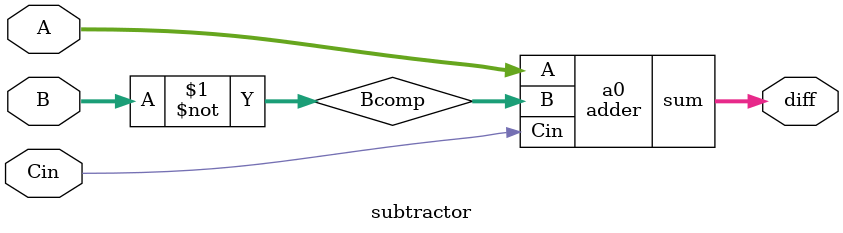
<source format=v>
module booth_multiplier(prd, busy, mc, mp, clk, start);
    output [15:0] prd;
    output busy;
    input signed [7:0] mc, mp;
    input clk, start;
    reg signed [7:0] A, Q, B;
    reg Q_1;
    reg [3:0] count;
    wire signed [7:0] sum, diff;

    always @(posedge clk)
    begin
        if (start) begin
            A <= 8'b0;
            B <= mc;
            Q <= mp;
            Q_1 <= 1'b0;
            count <= 4'b0;
        end

        else begin
            $display("sum = %d, diff = %d, a=%d, b=%d", sum, diff, A, B);
            case ({Q[0], Q_1})
                2'b0_1 : {A, Q, Q_1} <= {sum[7], sum, Q};
                2'b1_0 : {A, Q, Q_1} <= {diff[7], diff, Q};
                default: {A, Q, Q_1} <= {A[7], A, Q};
            endcase
            count <= count + 1'b1;
            end
    end

    adder a (A, B, 1'b0, sum);
    subtractor s (A, B, 1'b1, diff);

    // alu a (sum, A, B, 1'b0);
    // alu s (diff, A, ~B, 1'b1);

    assign prd = {A, Q};
    assign busy = (count < 8);
endmodule



module alu(out, a, b, cin);
    output [7:0] out;
    input [7:0] a;
    input [7:0] b;
    input cin;
    assign out = a + b + cin;
endmodule


module CLA4bit(A, B, Cin, Cout, sum);
    input [3:0] A,B;
    input Cin;
    output [3:0] sum;
    output Cout;

    wire [3:0] G, P, C;

    assign G = A & B;
    assign P = A ^ B;

    assign C[0] = Cin;
    assign C[1] = G[0] | (P[0] & C[0]);
    assign C[2] = G[1] | (P[1] & G[0]) | (P[1] & P[0] & C[0]);
    assign C[3] = G[2] | (P[2] & G[1]) | (P[2] & P[1] & G[0]) | (P[2] & P[1] & P[0] & C[0]);   

    assign Cout = G[3] | (P[3] & G[2]) | (P[3] & P[2] & G[1]) | (P[3] & P[2] & P[1] & G[0]) | (P[3] & P[2] & P[1] & P[0] & C[0]);

    assign sum = P ^ C;
endmodule

module adder(A, B, Cin, sum); 
    input [7:0] A,B;
    input Cin;
    output [7:0] sum;

    wire Cout;
    wire Cout1;

    CLA4bit c0(A[3:0], B[3:0], Cin, Cout1, sum[3:0]);
    CLA4bit c1(A[7:4], B[7:4], Cout1, Cout, sum[7:4]);
endmodule

module subtractor(A, B, Cin, diff);
    input [7:0] A,B;
    input Cin;
    output [7:0] diff;

    wire [7:0] Bcomp;
    assign Bcomp = ~B;

    adder a0(A, Bcomp, Cin, diff);
endmodule
</source>
